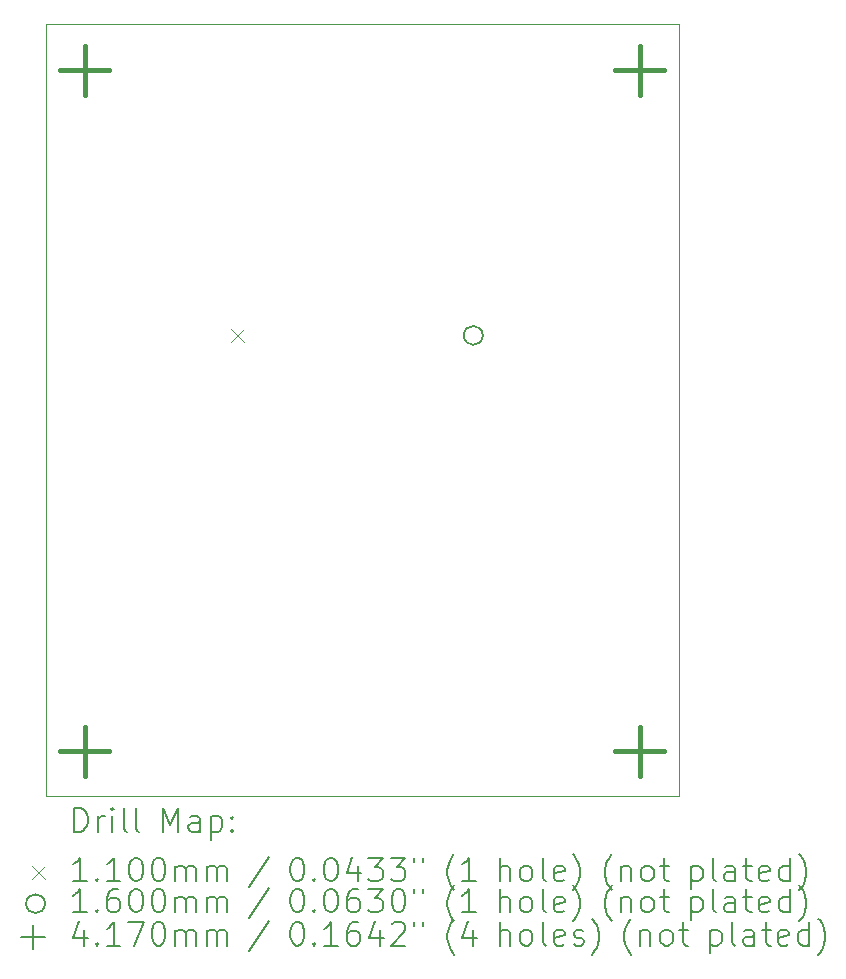
<source format=gbr>
%FSLAX45Y45*%
G04 Gerber Fmt 4.5, Leading zero omitted, Abs format (unit mm)*
G04 Created by KiCad (PCBNEW (6.99.0-1698-gc3bed8f6ee)) date 2022-10-05 21:42:47*
%MOMM*%
%LPD*%
G01*
G04 APERTURE LIST*
%TA.AperFunction,Profile*%
%ADD10C,0.100000*%
%TD*%
%ADD11C,0.200000*%
%ADD12C,0.110000*%
%ADD13C,0.160000*%
%ADD14C,0.417000*%
G04 APERTURE END LIST*
D10*
X10375900Y-6540500D02*
X15735300Y-6540500D01*
X15735300Y-6540500D02*
X15735300Y-13081000D01*
X15735300Y-13081000D02*
X10375900Y-13081000D01*
X10375900Y-13081000D02*
X10375900Y-6540500D01*
D11*
D12*
X11942550Y-9123125D02*
X12052550Y-9233125D01*
X12052550Y-9123125D02*
X11942550Y-9233125D01*
D13*
X14077550Y-9178125D02*
G75*
G03*
X14077550Y-9178125I-80000J0D01*
G01*
D14*
X10706100Y-6725700D02*
X10706100Y-7142700D01*
X10497600Y-6934200D02*
X10914600Y-6934200D01*
X10706100Y-12491500D02*
X10706100Y-12908500D01*
X10497600Y-12700000D02*
X10914600Y-12700000D01*
X15405100Y-6725700D02*
X15405100Y-7142700D01*
X15196600Y-6934200D02*
X15613600Y-6934200D01*
X15405100Y-12491500D02*
X15405100Y-12908500D01*
X15196600Y-12700000D02*
X15613600Y-12700000D01*
D11*
X10618519Y-13379476D02*
X10618519Y-13179476D01*
X10618519Y-13179476D02*
X10666138Y-13179476D01*
X10666138Y-13179476D02*
X10694710Y-13189000D01*
X10694710Y-13189000D02*
X10713757Y-13208048D01*
X10713757Y-13208048D02*
X10723281Y-13227095D01*
X10723281Y-13227095D02*
X10732805Y-13265190D01*
X10732805Y-13265190D02*
X10732805Y-13293762D01*
X10732805Y-13293762D02*
X10723281Y-13331857D01*
X10723281Y-13331857D02*
X10713757Y-13350905D01*
X10713757Y-13350905D02*
X10694710Y-13369952D01*
X10694710Y-13369952D02*
X10666138Y-13379476D01*
X10666138Y-13379476D02*
X10618519Y-13379476D01*
X10818519Y-13379476D02*
X10818519Y-13246143D01*
X10818519Y-13284238D02*
X10828043Y-13265190D01*
X10828043Y-13265190D02*
X10837567Y-13255667D01*
X10837567Y-13255667D02*
X10856614Y-13246143D01*
X10856614Y-13246143D02*
X10875662Y-13246143D01*
X10942329Y-13379476D02*
X10942329Y-13246143D01*
X10942329Y-13179476D02*
X10932805Y-13189000D01*
X10932805Y-13189000D02*
X10942329Y-13198524D01*
X10942329Y-13198524D02*
X10951852Y-13189000D01*
X10951852Y-13189000D02*
X10942329Y-13179476D01*
X10942329Y-13179476D02*
X10942329Y-13198524D01*
X11066138Y-13379476D02*
X11047090Y-13369952D01*
X11047090Y-13369952D02*
X11037567Y-13350905D01*
X11037567Y-13350905D02*
X11037567Y-13179476D01*
X11170900Y-13379476D02*
X11151852Y-13369952D01*
X11151852Y-13369952D02*
X11142329Y-13350905D01*
X11142329Y-13350905D02*
X11142329Y-13179476D01*
X11367090Y-13379476D02*
X11367090Y-13179476D01*
X11367090Y-13179476D02*
X11433757Y-13322333D01*
X11433757Y-13322333D02*
X11500424Y-13179476D01*
X11500424Y-13179476D02*
X11500424Y-13379476D01*
X11681376Y-13379476D02*
X11681376Y-13274714D01*
X11681376Y-13274714D02*
X11671852Y-13255667D01*
X11671852Y-13255667D02*
X11652805Y-13246143D01*
X11652805Y-13246143D02*
X11614709Y-13246143D01*
X11614709Y-13246143D02*
X11595662Y-13255667D01*
X11681376Y-13369952D02*
X11662328Y-13379476D01*
X11662328Y-13379476D02*
X11614709Y-13379476D01*
X11614709Y-13379476D02*
X11595662Y-13369952D01*
X11595662Y-13369952D02*
X11586138Y-13350905D01*
X11586138Y-13350905D02*
X11586138Y-13331857D01*
X11586138Y-13331857D02*
X11595662Y-13312809D01*
X11595662Y-13312809D02*
X11614709Y-13303286D01*
X11614709Y-13303286D02*
X11662328Y-13303286D01*
X11662328Y-13303286D02*
X11681376Y-13293762D01*
X11776614Y-13246143D02*
X11776614Y-13446143D01*
X11776614Y-13255667D02*
X11795662Y-13246143D01*
X11795662Y-13246143D02*
X11833757Y-13246143D01*
X11833757Y-13246143D02*
X11852805Y-13255667D01*
X11852805Y-13255667D02*
X11862328Y-13265190D01*
X11862328Y-13265190D02*
X11871852Y-13284238D01*
X11871852Y-13284238D02*
X11871852Y-13341381D01*
X11871852Y-13341381D02*
X11862328Y-13360428D01*
X11862328Y-13360428D02*
X11852805Y-13369952D01*
X11852805Y-13369952D02*
X11833757Y-13379476D01*
X11833757Y-13379476D02*
X11795662Y-13379476D01*
X11795662Y-13379476D02*
X11776614Y-13369952D01*
X11957567Y-13360428D02*
X11967090Y-13369952D01*
X11967090Y-13369952D02*
X11957567Y-13379476D01*
X11957567Y-13379476D02*
X11948043Y-13369952D01*
X11948043Y-13369952D02*
X11957567Y-13360428D01*
X11957567Y-13360428D02*
X11957567Y-13379476D01*
X11957567Y-13255667D02*
X11967090Y-13265190D01*
X11967090Y-13265190D02*
X11957567Y-13274714D01*
X11957567Y-13274714D02*
X11948043Y-13265190D01*
X11948043Y-13265190D02*
X11957567Y-13255667D01*
X11957567Y-13255667D02*
X11957567Y-13274714D01*
D12*
X10260900Y-13671000D02*
X10370900Y-13781000D01*
X10370900Y-13671000D02*
X10260900Y-13781000D01*
D11*
X10723281Y-13799476D02*
X10608995Y-13799476D01*
X10666138Y-13799476D02*
X10666138Y-13599476D01*
X10666138Y-13599476D02*
X10647090Y-13628048D01*
X10647090Y-13628048D02*
X10628043Y-13647095D01*
X10628043Y-13647095D02*
X10608995Y-13656619D01*
X10808995Y-13780428D02*
X10818519Y-13789952D01*
X10818519Y-13789952D02*
X10808995Y-13799476D01*
X10808995Y-13799476D02*
X10799471Y-13789952D01*
X10799471Y-13789952D02*
X10808995Y-13780428D01*
X10808995Y-13780428D02*
X10808995Y-13799476D01*
X11008995Y-13799476D02*
X10894710Y-13799476D01*
X10951852Y-13799476D02*
X10951852Y-13599476D01*
X10951852Y-13599476D02*
X10932805Y-13628048D01*
X10932805Y-13628048D02*
X10913757Y-13647095D01*
X10913757Y-13647095D02*
X10894710Y-13656619D01*
X11132805Y-13599476D02*
X11151852Y-13599476D01*
X11151852Y-13599476D02*
X11170900Y-13609000D01*
X11170900Y-13609000D02*
X11180424Y-13618524D01*
X11180424Y-13618524D02*
X11189948Y-13637571D01*
X11189948Y-13637571D02*
X11199471Y-13675667D01*
X11199471Y-13675667D02*
X11199471Y-13723286D01*
X11199471Y-13723286D02*
X11189948Y-13761381D01*
X11189948Y-13761381D02*
X11180424Y-13780428D01*
X11180424Y-13780428D02*
X11170900Y-13789952D01*
X11170900Y-13789952D02*
X11151852Y-13799476D01*
X11151852Y-13799476D02*
X11132805Y-13799476D01*
X11132805Y-13799476D02*
X11113757Y-13789952D01*
X11113757Y-13789952D02*
X11104233Y-13780428D01*
X11104233Y-13780428D02*
X11094710Y-13761381D01*
X11094710Y-13761381D02*
X11085186Y-13723286D01*
X11085186Y-13723286D02*
X11085186Y-13675667D01*
X11085186Y-13675667D02*
X11094710Y-13637571D01*
X11094710Y-13637571D02*
X11104233Y-13618524D01*
X11104233Y-13618524D02*
X11113757Y-13609000D01*
X11113757Y-13609000D02*
X11132805Y-13599476D01*
X11323281Y-13599476D02*
X11342329Y-13599476D01*
X11342329Y-13599476D02*
X11361376Y-13609000D01*
X11361376Y-13609000D02*
X11370900Y-13618524D01*
X11370900Y-13618524D02*
X11380424Y-13637571D01*
X11380424Y-13637571D02*
X11389948Y-13675667D01*
X11389948Y-13675667D02*
X11389948Y-13723286D01*
X11389948Y-13723286D02*
X11380424Y-13761381D01*
X11380424Y-13761381D02*
X11370900Y-13780428D01*
X11370900Y-13780428D02*
X11361376Y-13789952D01*
X11361376Y-13789952D02*
X11342329Y-13799476D01*
X11342329Y-13799476D02*
X11323281Y-13799476D01*
X11323281Y-13799476D02*
X11304233Y-13789952D01*
X11304233Y-13789952D02*
X11294709Y-13780428D01*
X11294709Y-13780428D02*
X11285186Y-13761381D01*
X11285186Y-13761381D02*
X11275662Y-13723286D01*
X11275662Y-13723286D02*
X11275662Y-13675667D01*
X11275662Y-13675667D02*
X11285186Y-13637571D01*
X11285186Y-13637571D02*
X11294709Y-13618524D01*
X11294709Y-13618524D02*
X11304233Y-13609000D01*
X11304233Y-13609000D02*
X11323281Y-13599476D01*
X11475662Y-13799476D02*
X11475662Y-13666143D01*
X11475662Y-13685190D02*
X11485186Y-13675667D01*
X11485186Y-13675667D02*
X11504233Y-13666143D01*
X11504233Y-13666143D02*
X11532805Y-13666143D01*
X11532805Y-13666143D02*
X11551852Y-13675667D01*
X11551852Y-13675667D02*
X11561376Y-13694714D01*
X11561376Y-13694714D02*
X11561376Y-13799476D01*
X11561376Y-13694714D02*
X11570900Y-13675667D01*
X11570900Y-13675667D02*
X11589948Y-13666143D01*
X11589948Y-13666143D02*
X11618519Y-13666143D01*
X11618519Y-13666143D02*
X11637567Y-13675667D01*
X11637567Y-13675667D02*
X11647090Y-13694714D01*
X11647090Y-13694714D02*
X11647090Y-13799476D01*
X11742329Y-13799476D02*
X11742329Y-13666143D01*
X11742329Y-13685190D02*
X11751852Y-13675667D01*
X11751852Y-13675667D02*
X11770900Y-13666143D01*
X11770900Y-13666143D02*
X11799471Y-13666143D01*
X11799471Y-13666143D02*
X11818519Y-13675667D01*
X11818519Y-13675667D02*
X11828043Y-13694714D01*
X11828043Y-13694714D02*
X11828043Y-13799476D01*
X11828043Y-13694714D02*
X11837567Y-13675667D01*
X11837567Y-13675667D02*
X11856614Y-13666143D01*
X11856614Y-13666143D02*
X11885186Y-13666143D01*
X11885186Y-13666143D02*
X11904233Y-13675667D01*
X11904233Y-13675667D02*
X11913757Y-13694714D01*
X11913757Y-13694714D02*
X11913757Y-13799476D01*
X12271852Y-13589952D02*
X12100424Y-13847095D01*
X12496614Y-13599476D02*
X12515662Y-13599476D01*
X12515662Y-13599476D02*
X12534710Y-13609000D01*
X12534710Y-13609000D02*
X12544233Y-13618524D01*
X12544233Y-13618524D02*
X12553757Y-13637571D01*
X12553757Y-13637571D02*
X12563281Y-13675667D01*
X12563281Y-13675667D02*
X12563281Y-13723286D01*
X12563281Y-13723286D02*
X12553757Y-13761381D01*
X12553757Y-13761381D02*
X12544233Y-13780428D01*
X12544233Y-13780428D02*
X12534710Y-13789952D01*
X12534710Y-13789952D02*
X12515662Y-13799476D01*
X12515662Y-13799476D02*
X12496614Y-13799476D01*
X12496614Y-13799476D02*
X12477567Y-13789952D01*
X12477567Y-13789952D02*
X12468043Y-13780428D01*
X12468043Y-13780428D02*
X12458519Y-13761381D01*
X12458519Y-13761381D02*
X12448995Y-13723286D01*
X12448995Y-13723286D02*
X12448995Y-13675667D01*
X12448995Y-13675667D02*
X12458519Y-13637571D01*
X12458519Y-13637571D02*
X12468043Y-13618524D01*
X12468043Y-13618524D02*
X12477567Y-13609000D01*
X12477567Y-13609000D02*
X12496614Y-13599476D01*
X12648995Y-13780428D02*
X12658519Y-13789952D01*
X12658519Y-13789952D02*
X12648995Y-13799476D01*
X12648995Y-13799476D02*
X12639471Y-13789952D01*
X12639471Y-13789952D02*
X12648995Y-13780428D01*
X12648995Y-13780428D02*
X12648995Y-13799476D01*
X12782329Y-13599476D02*
X12801376Y-13599476D01*
X12801376Y-13599476D02*
X12820424Y-13609000D01*
X12820424Y-13609000D02*
X12829948Y-13618524D01*
X12829948Y-13618524D02*
X12839471Y-13637571D01*
X12839471Y-13637571D02*
X12848995Y-13675667D01*
X12848995Y-13675667D02*
X12848995Y-13723286D01*
X12848995Y-13723286D02*
X12839471Y-13761381D01*
X12839471Y-13761381D02*
X12829948Y-13780428D01*
X12829948Y-13780428D02*
X12820424Y-13789952D01*
X12820424Y-13789952D02*
X12801376Y-13799476D01*
X12801376Y-13799476D02*
X12782329Y-13799476D01*
X12782329Y-13799476D02*
X12763281Y-13789952D01*
X12763281Y-13789952D02*
X12753757Y-13780428D01*
X12753757Y-13780428D02*
X12744233Y-13761381D01*
X12744233Y-13761381D02*
X12734710Y-13723286D01*
X12734710Y-13723286D02*
X12734710Y-13675667D01*
X12734710Y-13675667D02*
X12744233Y-13637571D01*
X12744233Y-13637571D02*
X12753757Y-13618524D01*
X12753757Y-13618524D02*
X12763281Y-13609000D01*
X12763281Y-13609000D02*
X12782329Y-13599476D01*
X13020424Y-13666143D02*
X13020424Y-13799476D01*
X12972805Y-13589952D02*
X12925186Y-13732809D01*
X12925186Y-13732809D02*
X13048995Y-13732809D01*
X13106138Y-13599476D02*
X13229948Y-13599476D01*
X13229948Y-13599476D02*
X13163281Y-13675667D01*
X13163281Y-13675667D02*
X13191852Y-13675667D01*
X13191852Y-13675667D02*
X13210900Y-13685190D01*
X13210900Y-13685190D02*
X13220424Y-13694714D01*
X13220424Y-13694714D02*
X13229948Y-13713762D01*
X13229948Y-13713762D02*
X13229948Y-13761381D01*
X13229948Y-13761381D02*
X13220424Y-13780428D01*
X13220424Y-13780428D02*
X13210900Y-13789952D01*
X13210900Y-13789952D02*
X13191852Y-13799476D01*
X13191852Y-13799476D02*
X13134710Y-13799476D01*
X13134710Y-13799476D02*
X13115662Y-13789952D01*
X13115662Y-13789952D02*
X13106138Y-13780428D01*
X13296614Y-13599476D02*
X13420424Y-13599476D01*
X13420424Y-13599476D02*
X13353757Y-13675667D01*
X13353757Y-13675667D02*
X13382329Y-13675667D01*
X13382329Y-13675667D02*
X13401376Y-13685190D01*
X13401376Y-13685190D02*
X13410900Y-13694714D01*
X13410900Y-13694714D02*
X13420424Y-13713762D01*
X13420424Y-13713762D02*
X13420424Y-13761381D01*
X13420424Y-13761381D02*
X13410900Y-13780428D01*
X13410900Y-13780428D02*
X13401376Y-13789952D01*
X13401376Y-13789952D02*
X13382329Y-13799476D01*
X13382329Y-13799476D02*
X13325186Y-13799476D01*
X13325186Y-13799476D02*
X13306138Y-13789952D01*
X13306138Y-13789952D02*
X13296614Y-13780428D01*
X13496614Y-13599476D02*
X13496614Y-13637571D01*
X13572805Y-13599476D02*
X13572805Y-13637571D01*
X13835662Y-13875667D02*
X13826138Y-13866143D01*
X13826138Y-13866143D02*
X13807091Y-13837571D01*
X13807091Y-13837571D02*
X13797567Y-13818524D01*
X13797567Y-13818524D02*
X13788043Y-13789952D01*
X13788043Y-13789952D02*
X13778519Y-13742333D01*
X13778519Y-13742333D02*
X13778519Y-13704238D01*
X13778519Y-13704238D02*
X13788043Y-13656619D01*
X13788043Y-13656619D02*
X13797567Y-13628048D01*
X13797567Y-13628048D02*
X13807091Y-13609000D01*
X13807091Y-13609000D02*
X13826138Y-13580428D01*
X13826138Y-13580428D02*
X13835662Y-13570905D01*
X14016614Y-13799476D02*
X13902329Y-13799476D01*
X13959471Y-13799476D02*
X13959471Y-13599476D01*
X13959471Y-13599476D02*
X13940424Y-13628048D01*
X13940424Y-13628048D02*
X13921376Y-13647095D01*
X13921376Y-13647095D02*
X13902329Y-13656619D01*
X14222329Y-13799476D02*
X14222329Y-13599476D01*
X14308043Y-13799476D02*
X14308043Y-13694714D01*
X14308043Y-13694714D02*
X14298519Y-13675667D01*
X14298519Y-13675667D02*
X14279472Y-13666143D01*
X14279472Y-13666143D02*
X14250900Y-13666143D01*
X14250900Y-13666143D02*
X14231852Y-13675667D01*
X14231852Y-13675667D02*
X14222329Y-13685190D01*
X14431852Y-13799476D02*
X14412805Y-13789952D01*
X14412805Y-13789952D02*
X14403281Y-13780428D01*
X14403281Y-13780428D02*
X14393757Y-13761381D01*
X14393757Y-13761381D02*
X14393757Y-13704238D01*
X14393757Y-13704238D02*
X14403281Y-13685190D01*
X14403281Y-13685190D02*
X14412805Y-13675667D01*
X14412805Y-13675667D02*
X14431852Y-13666143D01*
X14431852Y-13666143D02*
X14460424Y-13666143D01*
X14460424Y-13666143D02*
X14479472Y-13675667D01*
X14479472Y-13675667D02*
X14488995Y-13685190D01*
X14488995Y-13685190D02*
X14498519Y-13704238D01*
X14498519Y-13704238D02*
X14498519Y-13761381D01*
X14498519Y-13761381D02*
X14488995Y-13780428D01*
X14488995Y-13780428D02*
X14479472Y-13789952D01*
X14479472Y-13789952D02*
X14460424Y-13799476D01*
X14460424Y-13799476D02*
X14431852Y-13799476D01*
X14612805Y-13799476D02*
X14593757Y-13789952D01*
X14593757Y-13789952D02*
X14584233Y-13770905D01*
X14584233Y-13770905D02*
X14584233Y-13599476D01*
X14765186Y-13789952D02*
X14746138Y-13799476D01*
X14746138Y-13799476D02*
X14708043Y-13799476D01*
X14708043Y-13799476D02*
X14688995Y-13789952D01*
X14688995Y-13789952D02*
X14679472Y-13770905D01*
X14679472Y-13770905D02*
X14679472Y-13694714D01*
X14679472Y-13694714D02*
X14688995Y-13675667D01*
X14688995Y-13675667D02*
X14708043Y-13666143D01*
X14708043Y-13666143D02*
X14746138Y-13666143D01*
X14746138Y-13666143D02*
X14765186Y-13675667D01*
X14765186Y-13675667D02*
X14774710Y-13694714D01*
X14774710Y-13694714D02*
X14774710Y-13713762D01*
X14774710Y-13713762D02*
X14679472Y-13732809D01*
X14841376Y-13875667D02*
X14850900Y-13866143D01*
X14850900Y-13866143D02*
X14869948Y-13837571D01*
X14869948Y-13837571D02*
X14879472Y-13818524D01*
X14879472Y-13818524D02*
X14888995Y-13789952D01*
X14888995Y-13789952D02*
X14898519Y-13742333D01*
X14898519Y-13742333D02*
X14898519Y-13704238D01*
X14898519Y-13704238D02*
X14888995Y-13656619D01*
X14888995Y-13656619D02*
X14879472Y-13628048D01*
X14879472Y-13628048D02*
X14869948Y-13609000D01*
X14869948Y-13609000D02*
X14850900Y-13580428D01*
X14850900Y-13580428D02*
X14841376Y-13570905D01*
X15170900Y-13875667D02*
X15161376Y-13866143D01*
X15161376Y-13866143D02*
X15142329Y-13837571D01*
X15142329Y-13837571D02*
X15132805Y-13818524D01*
X15132805Y-13818524D02*
X15123281Y-13789952D01*
X15123281Y-13789952D02*
X15113757Y-13742333D01*
X15113757Y-13742333D02*
X15113757Y-13704238D01*
X15113757Y-13704238D02*
X15123281Y-13656619D01*
X15123281Y-13656619D02*
X15132805Y-13628048D01*
X15132805Y-13628048D02*
X15142329Y-13609000D01*
X15142329Y-13609000D02*
X15161376Y-13580428D01*
X15161376Y-13580428D02*
X15170900Y-13570905D01*
X15247091Y-13666143D02*
X15247091Y-13799476D01*
X15247091Y-13685190D02*
X15256614Y-13675667D01*
X15256614Y-13675667D02*
X15275662Y-13666143D01*
X15275662Y-13666143D02*
X15304233Y-13666143D01*
X15304233Y-13666143D02*
X15323281Y-13675667D01*
X15323281Y-13675667D02*
X15332805Y-13694714D01*
X15332805Y-13694714D02*
X15332805Y-13799476D01*
X15456614Y-13799476D02*
X15437567Y-13789952D01*
X15437567Y-13789952D02*
X15428043Y-13780428D01*
X15428043Y-13780428D02*
X15418519Y-13761381D01*
X15418519Y-13761381D02*
X15418519Y-13704238D01*
X15418519Y-13704238D02*
X15428043Y-13685190D01*
X15428043Y-13685190D02*
X15437567Y-13675667D01*
X15437567Y-13675667D02*
X15456614Y-13666143D01*
X15456614Y-13666143D02*
X15485186Y-13666143D01*
X15485186Y-13666143D02*
X15504233Y-13675667D01*
X15504233Y-13675667D02*
X15513757Y-13685190D01*
X15513757Y-13685190D02*
X15523281Y-13704238D01*
X15523281Y-13704238D02*
X15523281Y-13761381D01*
X15523281Y-13761381D02*
X15513757Y-13780428D01*
X15513757Y-13780428D02*
X15504233Y-13789952D01*
X15504233Y-13789952D02*
X15485186Y-13799476D01*
X15485186Y-13799476D02*
X15456614Y-13799476D01*
X15580424Y-13666143D02*
X15656614Y-13666143D01*
X15608995Y-13599476D02*
X15608995Y-13770905D01*
X15608995Y-13770905D02*
X15618519Y-13789952D01*
X15618519Y-13789952D02*
X15637567Y-13799476D01*
X15637567Y-13799476D02*
X15656614Y-13799476D01*
X15843281Y-13666143D02*
X15843281Y-13866143D01*
X15843281Y-13675667D02*
X15862329Y-13666143D01*
X15862329Y-13666143D02*
X15900424Y-13666143D01*
X15900424Y-13666143D02*
X15919472Y-13675667D01*
X15919472Y-13675667D02*
X15928995Y-13685190D01*
X15928995Y-13685190D02*
X15938519Y-13704238D01*
X15938519Y-13704238D02*
X15938519Y-13761381D01*
X15938519Y-13761381D02*
X15928995Y-13780428D01*
X15928995Y-13780428D02*
X15919472Y-13789952D01*
X15919472Y-13789952D02*
X15900424Y-13799476D01*
X15900424Y-13799476D02*
X15862329Y-13799476D01*
X15862329Y-13799476D02*
X15843281Y-13789952D01*
X16052805Y-13799476D02*
X16033757Y-13789952D01*
X16033757Y-13789952D02*
X16024233Y-13770905D01*
X16024233Y-13770905D02*
X16024233Y-13599476D01*
X16214710Y-13799476D02*
X16214710Y-13694714D01*
X16214710Y-13694714D02*
X16205186Y-13675667D01*
X16205186Y-13675667D02*
X16186138Y-13666143D01*
X16186138Y-13666143D02*
X16148043Y-13666143D01*
X16148043Y-13666143D02*
X16128995Y-13675667D01*
X16214710Y-13789952D02*
X16195662Y-13799476D01*
X16195662Y-13799476D02*
X16148043Y-13799476D01*
X16148043Y-13799476D02*
X16128995Y-13789952D01*
X16128995Y-13789952D02*
X16119472Y-13770905D01*
X16119472Y-13770905D02*
X16119472Y-13751857D01*
X16119472Y-13751857D02*
X16128995Y-13732809D01*
X16128995Y-13732809D02*
X16148043Y-13723286D01*
X16148043Y-13723286D02*
X16195662Y-13723286D01*
X16195662Y-13723286D02*
X16214710Y-13713762D01*
X16281376Y-13666143D02*
X16357567Y-13666143D01*
X16309948Y-13599476D02*
X16309948Y-13770905D01*
X16309948Y-13770905D02*
X16319472Y-13789952D01*
X16319472Y-13789952D02*
X16338519Y-13799476D01*
X16338519Y-13799476D02*
X16357567Y-13799476D01*
X16500424Y-13789952D02*
X16481376Y-13799476D01*
X16481376Y-13799476D02*
X16443281Y-13799476D01*
X16443281Y-13799476D02*
X16424233Y-13789952D01*
X16424233Y-13789952D02*
X16414710Y-13770905D01*
X16414710Y-13770905D02*
X16414710Y-13694714D01*
X16414710Y-13694714D02*
X16424233Y-13675667D01*
X16424233Y-13675667D02*
X16443281Y-13666143D01*
X16443281Y-13666143D02*
X16481376Y-13666143D01*
X16481376Y-13666143D02*
X16500424Y-13675667D01*
X16500424Y-13675667D02*
X16509948Y-13694714D01*
X16509948Y-13694714D02*
X16509948Y-13713762D01*
X16509948Y-13713762D02*
X16414710Y-13732809D01*
X16681376Y-13799476D02*
X16681376Y-13599476D01*
X16681376Y-13789952D02*
X16662329Y-13799476D01*
X16662329Y-13799476D02*
X16624233Y-13799476D01*
X16624233Y-13799476D02*
X16605186Y-13789952D01*
X16605186Y-13789952D02*
X16595662Y-13780428D01*
X16595662Y-13780428D02*
X16586138Y-13761381D01*
X16586138Y-13761381D02*
X16586138Y-13704238D01*
X16586138Y-13704238D02*
X16595662Y-13685190D01*
X16595662Y-13685190D02*
X16605186Y-13675667D01*
X16605186Y-13675667D02*
X16624233Y-13666143D01*
X16624233Y-13666143D02*
X16662329Y-13666143D01*
X16662329Y-13666143D02*
X16681376Y-13675667D01*
X16757567Y-13875667D02*
X16767091Y-13866143D01*
X16767091Y-13866143D02*
X16786138Y-13837571D01*
X16786138Y-13837571D02*
X16795662Y-13818524D01*
X16795662Y-13818524D02*
X16805186Y-13789952D01*
X16805186Y-13789952D02*
X16814710Y-13742333D01*
X16814710Y-13742333D02*
X16814710Y-13704238D01*
X16814710Y-13704238D02*
X16805186Y-13656619D01*
X16805186Y-13656619D02*
X16795662Y-13628048D01*
X16795662Y-13628048D02*
X16786138Y-13609000D01*
X16786138Y-13609000D02*
X16767091Y-13580428D01*
X16767091Y-13580428D02*
X16757567Y-13570905D01*
D13*
X10370900Y-13990000D02*
G75*
G03*
X10370900Y-13990000I-80000J0D01*
G01*
D11*
X10723281Y-14063476D02*
X10608995Y-14063476D01*
X10666138Y-14063476D02*
X10666138Y-13863476D01*
X10666138Y-13863476D02*
X10647090Y-13892048D01*
X10647090Y-13892048D02*
X10628043Y-13911095D01*
X10628043Y-13911095D02*
X10608995Y-13920619D01*
X10808995Y-14044428D02*
X10818519Y-14053952D01*
X10818519Y-14053952D02*
X10808995Y-14063476D01*
X10808995Y-14063476D02*
X10799471Y-14053952D01*
X10799471Y-14053952D02*
X10808995Y-14044428D01*
X10808995Y-14044428D02*
X10808995Y-14063476D01*
X10989948Y-13863476D02*
X10951852Y-13863476D01*
X10951852Y-13863476D02*
X10932805Y-13873000D01*
X10932805Y-13873000D02*
X10923281Y-13882524D01*
X10923281Y-13882524D02*
X10904233Y-13911095D01*
X10904233Y-13911095D02*
X10894710Y-13949190D01*
X10894710Y-13949190D02*
X10894710Y-14025381D01*
X10894710Y-14025381D02*
X10904233Y-14044428D01*
X10904233Y-14044428D02*
X10913757Y-14053952D01*
X10913757Y-14053952D02*
X10932805Y-14063476D01*
X10932805Y-14063476D02*
X10970900Y-14063476D01*
X10970900Y-14063476D02*
X10989948Y-14053952D01*
X10989948Y-14053952D02*
X10999471Y-14044428D01*
X10999471Y-14044428D02*
X11008995Y-14025381D01*
X11008995Y-14025381D02*
X11008995Y-13977762D01*
X11008995Y-13977762D02*
X10999471Y-13958714D01*
X10999471Y-13958714D02*
X10989948Y-13949190D01*
X10989948Y-13949190D02*
X10970900Y-13939667D01*
X10970900Y-13939667D02*
X10932805Y-13939667D01*
X10932805Y-13939667D02*
X10913757Y-13949190D01*
X10913757Y-13949190D02*
X10904233Y-13958714D01*
X10904233Y-13958714D02*
X10894710Y-13977762D01*
X11132805Y-13863476D02*
X11151852Y-13863476D01*
X11151852Y-13863476D02*
X11170900Y-13873000D01*
X11170900Y-13873000D02*
X11180424Y-13882524D01*
X11180424Y-13882524D02*
X11189948Y-13901571D01*
X11189948Y-13901571D02*
X11199471Y-13939667D01*
X11199471Y-13939667D02*
X11199471Y-13987286D01*
X11199471Y-13987286D02*
X11189948Y-14025381D01*
X11189948Y-14025381D02*
X11180424Y-14044428D01*
X11180424Y-14044428D02*
X11170900Y-14053952D01*
X11170900Y-14053952D02*
X11151852Y-14063476D01*
X11151852Y-14063476D02*
X11132805Y-14063476D01*
X11132805Y-14063476D02*
X11113757Y-14053952D01*
X11113757Y-14053952D02*
X11104233Y-14044428D01*
X11104233Y-14044428D02*
X11094710Y-14025381D01*
X11094710Y-14025381D02*
X11085186Y-13987286D01*
X11085186Y-13987286D02*
X11085186Y-13939667D01*
X11085186Y-13939667D02*
X11094710Y-13901571D01*
X11094710Y-13901571D02*
X11104233Y-13882524D01*
X11104233Y-13882524D02*
X11113757Y-13873000D01*
X11113757Y-13873000D02*
X11132805Y-13863476D01*
X11323281Y-13863476D02*
X11342329Y-13863476D01*
X11342329Y-13863476D02*
X11361376Y-13873000D01*
X11361376Y-13873000D02*
X11370900Y-13882524D01*
X11370900Y-13882524D02*
X11380424Y-13901571D01*
X11380424Y-13901571D02*
X11389948Y-13939667D01*
X11389948Y-13939667D02*
X11389948Y-13987286D01*
X11389948Y-13987286D02*
X11380424Y-14025381D01*
X11380424Y-14025381D02*
X11370900Y-14044428D01*
X11370900Y-14044428D02*
X11361376Y-14053952D01*
X11361376Y-14053952D02*
X11342329Y-14063476D01*
X11342329Y-14063476D02*
X11323281Y-14063476D01*
X11323281Y-14063476D02*
X11304233Y-14053952D01*
X11304233Y-14053952D02*
X11294709Y-14044428D01*
X11294709Y-14044428D02*
X11285186Y-14025381D01*
X11285186Y-14025381D02*
X11275662Y-13987286D01*
X11275662Y-13987286D02*
X11275662Y-13939667D01*
X11275662Y-13939667D02*
X11285186Y-13901571D01*
X11285186Y-13901571D02*
X11294709Y-13882524D01*
X11294709Y-13882524D02*
X11304233Y-13873000D01*
X11304233Y-13873000D02*
X11323281Y-13863476D01*
X11475662Y-14063476D02*
X11475662Y-13930143D01*
X11475662Y-13949190D02*
X11485186Y-13939667D01*
X11485186Y-13939667D02*
X11504233Y-13930143D01*
X11504233Y-13930143D02*
X11532805Y-13930143D01*
X11532805Y-13930143D02*
X11551852Y-13939667D01*
X11551852Y-13939667D02*
X11561376Y-13958714D01*
X11561376Y-13958714D02*
X11561376Y-14063476D01*
X11561376Y-13958714D02*
X11570900Y-13939667D01*
X11570900Y-13939667D02*
X11589948Y-13930143D01*
X11589948Y-13930143D02*
X11618519Y-13930143D01*
X11618519Y-13930143D02*
X11637567Y-13939667D01*
X11637567Y-13939667D02*
X11647090Y-13958714D01*
X11647090Y-13958714D02*
X11647090Y-14063476D01*
X11742329Y-14063476D02*
X11742329Y-13930143D01*
X11742329Y-13949190D02*
X11751852Y-13939667D01*
X11751852Y-13939667D02*
X11770900Y-13930143D01*
X11770900Y-13930143D02*
X11799471Y-13930143D01*
X11799471Y-13930143D02*
X11818519Y-13939667D01*
X11818519Y-13939667D02*
X11828043Y-13958714D01*
X11828043Y-13958714D02*
X11828043Y-14063476D01*
X11828043Y-13958714D02*
X11837567Y-13939667D01*
X11837567Y-13939667D02*
X11856614Y-13930143D01*
X11856614Y-13930143D02*
X11885186Y-13930143D01*
X11885186Y-13930143D02*
X11904233Y-13939667D01*
X11904233Y-13939667D02*
X11913757Y-13958714D01*
X11913757Y-13958714D02*
X11913757Y-14063476D01*
X12271852Y-13853952D02*
X12100424Y-14111095D01*
X12496614Y-13863476D02*
X12515662Y-13863476D01*
X12515662Y-13863476D02*
X12534710Y-13873000D01*
X12534710Y-13873000D02*
X12544233Y-13882524D01*
X12544233Y-13882524D02*
X12553757Y-13901571D01*
X12553757Y-13901571D02*
X12563281Y-13939667D01*
X12563281Y-13939667D02*
X12563281Y-13987286D01*
X12563281Y-13987286D02*
X12553757Y-14025381D01*
X12553757Y-14025381D02*
X12544233Y-14044428D01*
X12544233Y-14044428D02*
X12534710Y-14053952D01*
X12534710Y-14053952D02*
X12515662Y-14063476D01*
X12515662Y-14063476D02*
X12496614Y-14063476D01*
X12496614Y-14063476D02*
X12477567Y-14053952D01*
X12477567Y-14053952D02*
X12468043Y-14044428D01*
X12468043Y-14044428D02*
X12458519Y-14025381D01*
X12458519Y-14025381D02*
X12448995Y-13987286D01*
X12448995Y-13987286D02*
X12448995Y-13939667D01*
X12448995Y-13939667D02*
X12458519Y-13901571D01*
X12458519Y-13901571D02*
X12468043Y-13882524D01*
X12468043Y-13882524D02*
X12477567Y-13873000D01*
X12477567Y-13873000D02*
X12496614Y-13863476D01*
X12648995Y-14044428D02*
X12658519Y-14053952D01*
X12658519Y-14053952D02*
X12648995Y-14063476D01*
X12648995Y-14063476D02*
X12639471Y-14053952D01*
X12639471Y-14053952D02*
X12648995Y-14044428D01*
X12648995Y-14044428D02*
X12648995Y-14063476D01*
X12782329Y-13863476D02*
X12801376Y-13863476D01*
X12801376Y-13863476D02*
X12820424Y-13873000D01*
X12820424Y-13873000D02*
X12829948Y-13882524D01*
X12829948Y-13882524D02*
X12839471Y-13901571D01*
X12839471Y-13901571D02*
X12848995Y-13939667D01*
X12848995Y-13939667D02*
X12848995Y-13987286D01*
X12848995Y-13987286D02*
X12839471Y-14025381D01*
X12839471Y-14025381D02*
X12829948Y-14044428D01*
X12829948Y-14044428D02*
X12820424Y-14053952D01*
X12820424Y-14053952D02*
X12801376Y-14063476D01*
X12801376Y-14063476D02*
X12782329Y-14063476D01*
X12782329Y-14063476D02*
X12763281Y-14053952D01*
X12763281Y-14053952D02*
X12753757Y-14044428D01*
X12753757Y-14044428D02*
X12744233Y-14025381D01*
X12744233Y-14025381D02*
X12734710Y-13987286D01*
X12734710Y-13987286D02*
X12734710Y-13939667D01*
X12734710Y-13939667D02*
X12744233Y-13901571D01*
X12744233Y-13901571D02*
X12753757Y-13882524D01*
X12753757Y-13882524D02*
X12763281Y-13873000D01*
X12763281Y-13873000D02*
X12782329Y-13863476D01*
X13020424Y-13863476D02*
X12982329Y-13863476D01*
X12982329Y-13863476D02*
X12963281Y-13873000D01*
X12963281Y-13873000D02*
X12953757Y-13882524D01*
X12953757Y-13882524D02*
X12934710Y-13911095D01*
X12934710Y-13911095D02*
X12925186Y-13949190D01*
X12925186Y-13949190D02*
X12925186Y-14025381D01*
X12925186Y-14025381D02*
X12934710Y-14044428D01*
X12934710Y-14044428D02*
X12944233Y-14053952D01*
X12944233Y-14053952D02*
X12963281Y-14063476D01*
X12963281Y-14063476D02*
X13001376Y-14063476D01*
X13001376Y-14063476D02*
X13020424Y-14053952D01*
X13020424Y-14053952D02*
X13029948Y-14044428D01*
X13029948Y-14044428D02*
X13039471Y-14025381D01*
X13039471Y-14025381D02*
X13039471Y-13977762D01*
X13039471Y-13977762D02*
X13029948Y-13958714D01*
X13029948Y-13958714D02*
X13020424Y-13949190D01*
X13020424Y-13949190D02*
X13001376Y-13939667D01*
X13001376Y-13939667D02*
X12963281Y-13939667D01*
X12963281Y-13939667D02*
X12944233Y-13949190D01*
X12944233Y-13949190D02*
X12934710Y-13958714D01*
X12934710Y-13958714D02*
X12925186Y-13977762D01*
X13106138Y-13863476D02*
X13229948Y-13863476D01*
X13229948Y-13863476D02*
X13163281Y-13939667D01*
X13163281Y-13939667D02*
X13191852Y-13939667D01*
X13191852Y-13939667D02*
X13210900Y-13949190D01*
X13210900Y-13949190D02*
X13220424Y-13958714D01*
X13220424Y-13958714D02*
X13229948Y-13977762D01*
X13229948Y-13977762D02*
X13229948Y-14025381D01*
X13229948Y-14025381D02*
X13220424Y-14044428D01*
X13220424Y-14044428D02*
X13210900Y-14053952D01*
X13210900Y-14053952D02*
X13191852Y-14063476D01*
X13191852Y-14063476D02*
X13134710Y-14063476D01*
X13134710Y-14063476D02*
X13115662Y-14053952D01*
X13115662Y-14053952D02*
X13106138Y-14044428D01*
X13353757Y-13863476D02*
X13372805Y-13863476D01*
X13372805Y-13863476D02*
X13391852Y-13873000D01*
X13391852Y-13873000D02*
X13401376Y-13882524D01*
X13401376Y-13882524D02*
X13410900Y-13901571D01*
X13410900Y-13901571D02*
X13420424Y-13939667D01*
X13420424Y-13939667D02*
X13420424Y-13987286D01*
X13420424Y-13987286D02*
X13410900Y-14025381D01*
X13410900Y-14025381D02*
X13401376Y-14044428D01*
X13401376Y-14044428D02*
X13391852Y-14053952D01*
X13391852Y-14053952D02*
X13372805Y-14063476D01*
X13372805Y-14063476D02*
X13353757Y-14063476D01*
X13353757Y-14063476D02*
X13334710Y-14053952D01*
X13334710Y-14053952D02*
X13325186Y-14044428D01*
X13325186Y-14044428D02*
X13315662Y-14025381D01*
X13315662Y-14025381D02*
X13306138Y-13987286D01*
X13306138Y-13987286D02*
X13306138Y-13939667D01*
X13306138Y-13939667D02*
X13315662Y-13901571D01*
X13315662Y-13901571D02*
X13325186Y-13882524D01*
X13325186Y-13882524D02*
X13334710Y-13873000D01*
X13334710Y-13873000D02*
X13353757Y-13863476D01*
X13496614Y-13863476D02*
X13496614Y-13901571D01*
X13572805Y-13863476D02*
X13572805Y-13901571D01*
X13835662Y-14139667D02*
X13826138Y-14130143D01*
X13826138Y-14130143D02*
X13807091Y-14101571D01*
X13807091Y-14101571D02*
X13797567Y-14082524D01*
X13797567Y-14082524D02*
X13788043Y-14053952D01*
X13788043Y-14053952D02*
X13778519Y-14006333D01*
X13778519Y-14006333D02*
X13778519Y-13968238D01*
X13778519Y-13968238D02*
X13788043Y-13920619D01*
X13788043Y-13920619D02*
X13797567Y-13892048D01*
X13797567Y-13892048D02*
X13807091Y-13873000D01*
X13807091Y-13873000D02*
X13826138Y-13844428D01*
X13826138Y-13844428D02*
X13835662Y-13834905D01*
X14016614Y-14063476D02*
X13902329Y-14063476D01*
X13959471Y-14063476D02*
X13959471Y-13863476D01*
X13959471Y-13863476D02*
X13940424Y-13892048D01*
X13940424Y-13892048D02*
X13921376Y-13911095D01*
X13921376Y-13911095D02*
X13902329Y-13920619D01*
X14222329Y-14063476D02*
X14222329Y-13863476D01*
X14308043Y-14063476D02*
X14308043Y-13958714D01*
X14308043Y-13958714D02*
X14298519Y-13939667D01*
X14298519Y-13939667D02*
X14279472Y-13930143D01*
X14279472Y-13930143D02*
X14250900Y-13930143D01*
X14250900Y-13930143D02*
X14231852Y-13939667D01*
X14231852Y-13939667D02*
X14222329Y-13949190D01*
X14431852Y-14063476D02*
X14412805Y-14053952D01*
X14412805Y-14053952D02*
X14403281Y-14044428D01*
X14403281Y-14044428D02*
X14393757Y-14025381D01*
X14393757Y-14025381D02*
X14393757Y-13968238D01*
X14393757Y-13968238D02*
X14403281Y-13949190D01*
X14403281Y-13949190D02*
X14412805Y-13939667D01*
X14412805Y-13939667D02*
X14431852Y-13930143D01*
X14431852Y-13930143D02*
X14460424Y-13930143D01*
X14460424Y-13930143D02*
X14479472Y-13939667D01*
X14479472Y-13939667D02*
X14488995Y-13949190D01*
X14488995Y-13949190D02*
X14498519Y-13968238D01*
X14498519Y-13968238D02*
X14498519Y-14025381D01*
X14498519Y-14025381D02*
X14488995Y-14044428D01*
X14488995Y-14044428D02*
X14479472Y-14053952D01*
X14479472Y-14053952D02*
X14460424Y-14063476D01*
X14460424Y-14063476D02*
X14431852Y-14063476D01*
X14612805Y-14063476D02*
X14593757Y-14053952D01*
X14593757Y-14053952D02*
X14584233Y-14034905D01*
X14584233Y-14034905D02*
X14584233Y-13863476D01*
X14765186Y-14053952D02*
X14746138Y-14063476D01*
X14746138Y-14063476D02*
X14708043Y-14063476D01*
X14708043Y-14063476D02*
X14688995Y-14053952D01*
X14688995Y-14053952D02*
X14679472Y-14034905D01*
X14679472Y-14034905D02*
X14679472Y-13958714D01*
X14679472Y-13958714D02*
X14688995Y-13939667D01*
X14688995Y-13939667D02*
X14708043Y-13930143D01*
X14708043Y-13930143D02*
X14746138Y-13930143D01*
X14746138Y-13930143D02*
X14765186Y-13939667D01*
X14765186Y-13939667D02*
X14774710Y-13958714D01*
X14774710Y-13958714D02*
X14774710Y-13977762D01*
X14774710Y-13977762D02*
X14679472Y-13996809D01*
X14841376Y-14139667D02*
X14850900Y-14130143D01*
X14850900Y-14130143D02*
X14869948Y-14101571D01*
X14869948Y-14101571D02*
X14879472Y-14082524D01*
X14879472Y-14082524D02*
X14888995Y-14053952D01*
X14888995Y-14053952D02*
X14898519Y-14006333D01*
X14898519Y-14006333D02*
X14898519Y-13968238D01*
X14898519Y-13968238D02*
X14888995Y-13920619D01*
X14888995Y-13920619D02*
X14879472Y-13892048D01*
X14879472Y-13892048D02*
X14869948Y-13873000D01*
X14869948Y-13873000D02*
X14850900Y-13844428D01*
X14850900Y-13844428D02*
X14841376Y-13834905D01*
X15170900Y-14139667D02*
X15161376Y-14130143D01*
X15161376Y-14130143D02*
X15142329Y-14101571D01*
X15142329Y-14101571D02*
X15132805Y-14082524D01*
X15132805Y-14082524D02*
X15123281Y-14053952D01*
X15123281Y-14053952D02*
X15113757Y-14006333D01*
X15113757Y-14006333D02*
X15113757Y-13968238D01*
X15113757Y-13968238D02*
X15123281Y-13920619D01*
X15123281Y-13920619D02*
X15132805Y-13892048D01*
X15132805Y-13892048D02*
X15142329Y-13873000D01*
X15142329Y-13873000D02*
X15161376Y-13844428D01*
X15161376Y-13844428D02*
X15170900Y-13834905D01*
X15247091Y-13930143D02*
X15247091Y-14063476D01*
X15247091Y-13949190D02*
X15256614Y-13939667D01*
X15256614Y-13939667D02*
X15275662Y-13930143D01*
X15275662Y-13930143D02*
X15304233Y-13930143D01*
X15304233Y-13930143D02*
X15323281Y-13939667D01*
X15323281Y-13939667D02*
X15332805Y-13958714D01*
X15332805Y-13958714D02*
X15332805Y-14063476D01*
X15456614Y-14063476D02*
X15437567Y-14053952D01*
X15437567Y-14053952D02*
X15428043Y-14044428D01*
X15428043Y-14044428D02*
X15418519Y-14025381D01*
X15418519Y-14025381D02*
X15418519Y-13968238D01*
X15418519Y-13968238D02*
X15428043Y-13949190D01*
X15428043Y-13949190D02*
X15437567Y-13939667D01*
X15437567Y-13939667D02*
X15456614Y-13930143D01*
X15456614Y-13930143D02*
X15485186Y-13930143D01*
X15485186Y-13930143D02*
X15504233Y-13939667D01*
X15504233Y-13939667D02*
X15513757Y-13949190D01*
X15513757Y-13949190D02*
X15523281Y-13968238D01*
X15523281Y-13968238D02*
X15523281Y-14025381D01*
X15523281Y-14025381D02*
X15513757Y-14044428D01*
X15513757Y-14044428D02*
X15504233Y-14053952D01*
X15504233Y-14053952D02*
X15485186Y-14063476D01*
X15485186Y-14063476D02*
X15456614Y-14063476D01*
X15580424Y-13930143D02*
X15656614Y-13930143D01*
X15608995Y-13863476D02*
X15608995Y-14034905D01*
X15608995Y-14034905D02*
X15618519Y-14053952D01*
X15618519Y-14053952D02*
X15637567Y-14063476D01*
X15637567Y-14063476D02*
X15656614Y-14063476D01*
X15843281Y-13930143D02*
X15843281Y-14130143D01*
X15843281Y-13939667D02*
X15862329Y-13930143D01*
X15862329Y-13930143D02*
X15900424Y-13930143D01*
X15900424Y-13930143D02*
X15919472Y-13939667D01*
X15919472Y-13939667D02*
X15928995Y-13949190D01*
X15928995Y-13949190D02*
X15938519Y-13968238D01*
X15938519Y-13968238D02*
X15938519Y-14025381D01*
X15938519Y-14025381D02*
X15928995Y-14044428D01*
X15928995Y-14044428D02*
X15919472Y-14053952D01*
X15919472Y-14053952D02*
X15900424Y-14063476D01*
X15900424Y-14063476D02*
X15862329Y-14063476D01*
X15862329Y-14063476D02*
X15843281Y-14053952D01*
X16052805Y-14063476D02*
X16033757Y-14053952D01*
X16033757Y-14053952D02*
X16024233Y-14034905D01*
X16024233Y-14034905D02*
X16024233Y-13863476D01*
X16214710Y-14063476D02*
X16214710Y-13958714D01*
X16214710Y-13958714D02*
X16205186Y-13939667D01*
X16205186Y-13939667D02*
X16186138Y-13930143D01*
X16186138Y-13930143D02*
X16148043Y-13930143D01*
X16148043Y-13930143D02*
X16128995Y-13939667D01*
X16214710Y-14053952D02*
X16195662Y-14063476D01*
X16195662Y-14063476D02*
X16148043Y-14063476D01*
X16148043Y-14063476D02*
X16128995Y-14053952D01*
X16128995Y-14053952D02*
X16119472Y-14034905D01*
X16119472Y-14034905D02*
X16119472Y-14015857D01*
X16119472Y-14015857D02*
X16128995Y-13996809D01*
X16128995Y-13996809D02*
X16148043Y-13987286D01*
X16148043Y-13987286D02*
X16195662Y-13987286D01*
X16195662Y-13987286D02*
X16214710Y-13977762D01*
X16281376Y-13930143D02*
X16357567Y-13930143D01*
X16309948Y-13863476D02*
X16309948Y-14034905D01*
X16309948Y-14034905D02*
X16319472Y-14053952D01*
X16319472Y-14053952D02*
X16338519Y-14063476D01*
X16338519Y-14063476D02*
X16357567Y-14063476D01*
X16500424Y-14053952D02*
X16481376Y-14063476D01*
X16481376Y-14063476D02*
X16443281Y-14063476D01*
X16443281Y-14063476D02*
X16424233Y-14053952D01*
X16424233Y-14053952D02*
X16414710Y-14034905D01*
X16414710Y-14034905D02*
X16414710Y-13958714D01*
X16414710Y-13958714D02*
X16424233Y-13939667D01*
X16424233Y-13939667D02*
X16443281Y-13930143D01*
X16443281Y-13930143D02*
X16481376Y-13930143D01*
X16481376Y-13930143D02*
X16500424Y-13939667D01*
X16500424Y-13939667D02*
X16509948Y-13958714D01*
X16509948Y-13958714D02*
X16509948Y-13977762D01*
X16509948Y-13977762D02*
X16414710Y-13996809D01*
X16681376Y-14063476D02*
X16681376Y-13863476D01*
X16681376Y-14053952D02*
X16662329Y-14063476D01*
X16662329Y-14063476D02*
X16624233Y-14063476D01*
X16624233Y-14063476D02*
X16605186Y-14053952D01*
X16605186Y-14053952D02*
X16595662Y-14044428D01*
X16595662Y-14044428D02*
X16586138Y-14025381D01*
X16586138Y-14025381D02*
X16586138Y-13968238D01*
X16586138Y-13968238D02*
X16595662Y-13949190D01*
X16595662Y-13949190D02*
X16605186Y-13939667D01*
X16605186Y-13939667D02*
X16624233Y-13930143D01*
X16624233Y-13930143D02*
X16662329Y-13930143D01*
X16662329Y-13930143D02*
X16681376Y-13939667D01*
X16757567Y-14139667D02*
X16767091Y-14130143D01*
X16767091Y-14130143D02*
X16786138Y-14101571D01*
X16786138Y-14101571D02*
X16795662Y-14082524D01*
X16795662Y-14082524D02*
X16805186Y-14053952D01*
X16805186Y-14053952D02*
X16814710Y-14006333D01*
X16814710Y-14006333D02*
X16814710Y-13968238D01*
X16814710Y-13968238D02*
X16805186Y-13920619D01*
X16805186Y-13920619D02*
X16795662Y-13892048D01*
X16795662Y-13892048D02*
X16786138Y-13873000D01*
X16786138Y-13873000D02*
X16767091Y-13844428D01*
X16767091Y-13844428D02*
X16757567Y-13834905D01*
X10270900Y-14170000D02*
X10270900Y-14370000D01*
X10170900Y-14270000D02*
X10370900Y-14270000D01*
X10704233Y-14210143D02*
X10704233Y-14343476D01*
X10656614Y-14133952D02*
X10608995Y-14276809D01*
X10608995Y-14276809D02*
X10732805Y-14276809D01*
X10808995Y-14324428D02*
X10818519Y-14333952D01*
X10818519Y-14333952D02*
X10808995Y-14343476D01*
X10808995Y-14343476D02*
X10799471Y-14333952D01*
X10799471Y-14333952D02*
X10808995Y-14324428D01*
X10808995Y-14324428D02*
X10808995Y-14343476D01*
X11008995Y-14343476D02*
X10894710Y-14343476D01*
X10951852Y-14343476D02*
X10951852Y-14143476D01*
X10951852Y-14143476D02*
X10932805Y-14172048D01*
X10932805Y-14172048D02*
X10913757Y-14191095D01*
X10913757Y-14191095D02*
X10894710Y-14200619D01*
X11075662Y-14143476D02*
X11208995Y-14143476D01*
X11208995Y-14143476D02*
X11123281Y-14343476D01*
X11323281Y-14143476D02*
X11342329Y-14143476D01*
X11342329Y-14143476D02*
X11361376Y-14153000D01*
X11361376Y-14153000D02*
X11370900Y-14162524D01*
X11370900Y-14162524D02*
X11380424Y-14181571D01*
X11380424Y-14181571D02*
X11389948Y-14219667D01*
X11389948Y-14219667D02*
X11389948Y-14267286D01*
X11389948Y-14267286D02*
X11380424Y-14305381D01*
X11380424Y-14305381D02*
X11370900Y-14324428D01*
X11370900Y-14324428D02*
X11361376Y-14333952D01*
X11361376Y-14333952D02*
X11342329Y-14343476D01*
X11342329Y-14343476D02*
X11323281Y-14343476D01*
X11323281Y-14343476D02*
X11304233Y-14333952D01*
X11304233Y-14333952D02*
X11294709Y-14324428D01*
X11294709Y-14324428D02*
X11285186Y-14305381D01*
X11285186Y-14305381D02*
X11275662Y-14267286D01*
X11275662Y-14267286D02*
X11275662Y-14219667D01*
X11275662Y-14219667D02*
X11285186Y-14181571D01*
X11285186Y-14181571D02*
X11294709Y-14162524D01*
X11294709Y-14162524D02*
X11304233Y-14153000D01*
X11304233Y-14153000D02*
X11323281Y-14143476D01*
X11475662Y-14343476D02*
X11475662Y-14210143D01*
X11475662Y-14229190D02*
X11485186Y-14219667D01*
X11485186Y-14219667D02*
X11504233Y-14210143D01*
X11504233Y-14210143D02*
X11532805Y-14210143D01*
X11532805Y-14210143D02*
X11551852Y-14219667D01*
X11551852Y-14219667D02*
X11561376Y-14238714D01*
X11561376Y-14238714D02*
X11561376Y-14343476D01*
X11561376Y-14238714D02*
X11570900Y-14219667D01*
X11570900Y-14219667D02*
X11589948Y-14210143D01*
X11589948Y-14210143D02*
X11618519Y-14210143D01*
X11618519Y-14210143D02*
X11637567Y-14219667D01*
X11637567Y-14219667D02*
X11647090Y-14238714D01*
X11647090Y-14238714D02*
X11647090Y-14343476D01*
X11742329Y-14343476D02*
X11742329Y-14210143D01*
X11742329Y-14229190D02*
X11751852Y-14219667D01*
X11751852Y-14219667D02*
X11770900Y-14210143D01*
X11770900Y-14210143D02*
X11799471Y-14210143D01*
X11799471Y-14210143D02*
X11818519Y-14219667D01*
X11818519Y-14219667D02*
X11828043Y-14238714D01*
X11828043Y-14238714D02*
X11828043Y-14343476D01*
X11828043Y-14238714D02*
X11837567Y-14219667D01*
X11837567Y-14219667D02*
X11856614Y-14210143D01*
X11856614Y-14210143D02*
X11885186Y-14210143D01*
X11885186Y-14210143D02*
X11904233Y-14219667D01*
X11904233Y-14219667D02*
X11913757Y-14238714D01*
X11913757Y-14238714D02*
X11913757Y-14343476D01*
X12271852Y-14133952D02*
X12100424Y-14391095D01*
X12496614Y-14143476D02*
X12515662Y-14143476D01*
X12515662Y-14143476D02*
X12534710Y-14153000D01*
X12534710Y-14153000D02*
X12544233Y-14162524D01*
X12544233Y-14162524D02*
X12553757Y-14181571D01*
X12553757Y-14181571D02*
X12563281Y-14219667D01*
X12563281Y-14219667D02*
X12563281Y-14267286D01*
X12563281Y-14267286D02*
X12553757Y-14305381D01*
X12553757Y-14305381D02*
X12544233Y-14324428D01*
X12544233Y-14324428D02*
X12534710Y-14333952D01*
X12534710Y-14333952D02*
X12515662Y-14343476D01*
X12515662Y-14343476D02*
X12496614Y-14343476D01*
X12496614Y-14343476D02*
X12477567Y-14333952D01*
X12477567Y-14333952D02*
X12468043Y-14324428D01*
X12468043Y-14324428D02*
X12458519Y-14305381D01*
X12458519Y-14305381D02*
X12448995Y-14267286D01*
X12448995Y-14267286D02*
X12448995Y-14219667D01*
X12448995Y-14219667D02*
X12458519Y-14181571D01*
X12458519Y-14181571D02*
X12468043Y-14162524D01*
X12468043Y-14162524D02*
X12477567Y-14153000D01*
X12477567Y-14153000D02*
X12496614Y-14143476D01*
X12648995Y-14324428D02*
X12658519Y-14333952D01*
X12658519Y-14333952D02*
X12648995Y-14343476D01*
X12648995Y-14343476D02*
X12639471Y-14333952D01*
X12639471Y-14333952D02*
X12648995Y-14324428D01*
X12648995Y-14324428D02*
X12648995Y-14343476D01*
X12848995Y-14343476D02*
X12734710Y-14343476D01*
X12791852Y-14343476D02*
X12791852Y-14143476D01*
X12791852Y-14143476D02*
X12772805Y-14172048D01*
X12772805Y-14172048D02*
X12753757Y-14191095D01*
X12753757Y-14191095D02*
X12734710Y-14200619D01*
X13020424Y-14143476D02*
X12982329Y-14143476D01*
X12982329Y-14143476D02*
X12963281Y-14153000D01*
X12963281Y-14153000D02*
X12953757Y-14162524D01*
X12953757Y-14162524D02*
X12934710Y-14191095D01*
X12934710Y-14191095D02*
X12925186Y-14229190D01*
X12925186Y-14229190D02*
X12925186Y-14305381D01*
X12925186Y-14305381D02*
X12934710Y-14324428D01*
X12934710Y-14324428D02*
X12944233Y-14333952D01*
X12944233Y-14333952D02*
X12963281Y-14343476D01*
X12963281Y-14343476D02*
X13001376Y-14343476D01*
X13001376Y-14343476D02*
X13020424Y-14333952D01*
X13020424Y-14333952D02*
X13029948Y-14324428D01*
X13029948Y-14324428D02*
X13039471Y-14305381D01*
X13039471Y-14305381D02*
X13039471Y-14257762D01*
X13039471Y-14257762D02*
X13029948Y-14238714D01*
X13029948Y-14238714D02*
X13020424Y-14229190D01*
X13020424Y-14229190D02*
X13001376Y-14219667D01*
X13001376Y-14219667D02*
X12963281Y-14219667D01*
X12963281Y-14219667D02*
X12944233Y-14229190D01*
X12944233Y-14229190D02*
X12934710Y-14238714D01*
X12934710Y-14238714D02*
X12925186Y-14257762D01*
X13210900Y-14210143D02*
X13210900Y-14343476D01*
X13163281Y-14133952D02*
X13115662Y-14276809D01*
X13115662Y-14276809D02*
X13239471Y-14276809D01*
X13306138Y-14162524D02*
X13315662Y-14153000D01*
X13315662Y-14153000D02*
X13334710Y-14143476D01*
X13334710Y-14143476D02*
X13382329Y-14143476D01*
X13382329Y-14143476D02*
X13401376Y-14153000D01*
X13401376Y-14153000D02*
X13410900Y-14162524D01*
X13410900Y-14162524D02*
X13420424Y-14181571D01*
X13420424Y-14181571D02*
X13420424Y-14200619D01*
X13420424Y-14200619D02*
X13410900Y-14229190D01*
X13410900Y-14229190D02*
X13296614Y-14343476D01*
X13296614Y-14343476D02*
X13420424Y-14343476D01*
X13496614Y-14143476D02*
X13496614Y-14181571D01*
X13572805Y-14143476D02*
X13572805Y-14181571D01*
X13835662Y-14419667D02*
X13826138Y-14410143D01*
X13826138Y-14410143D02*
X13807091Y-14381571D01*
X13807091Y-14381571D02*
X13797567Y-14362524D01*
X13797567Y-14362524D02*
X13788043Y-14333952D01*
X13788043Y-14333952D02*
X13778519Y-14286333D01*
X13778519Y-14286333D02*
X13778519Y-14248238D01*
X13778519Y-14248238D02*
X13788043Y-14200619D01*
X13788043Y-14200619D02*
X13797567Y-14172048D01*
X13797567Y-14172048D02*
X13807091Y-14153000D01*
X13807091Y-14153000D02*
X13826138Y-14124428D01*
X13826138Y-14124428D02*
X13835662Y-14114905D01*
X13997567Y-14210143D02*
X13997567Y-14343476D01*
X13949948Y-14133952D02*
X13902329Y-14276809D01*
X13902329Y-14276809D02*
X14026138Y-14276809D01*
X14222329Y-14343476D02*
X14222329Y-14143476D01*
X14308043Y-14343476D02*
X14308043Y-14238714D01*
X14308043Y-14238714D02*
X14298519Y-14219667D01*
X14298519Y-14219667D02*
X14279472Y-14210143D01*
X14279472Y-14210143D02*
X14250900Y-14210143D01*
X14250900Y-14210143D02*
X14231852Y-14219667D01*
X14231852Y-14219667D02*
X14222329Y-14229190D01*
X14431852Y-14343476D02*
X14412805Y-14333952D01*
X14412805Y-14333952D02*
X14403281Y-14324428D01*
X14403281Y-14324428D02*
X14393757Y-14305381D01*
X14393757Y-14305381D02*
X14393757Y-14248238D01*
X14393757Y-14248238D02*
X14403281Y-14229190D01*
X14403281Y-14229190D02*
X14412805Y-14219667D01*
X14412805Y-14219667D02*
X14431852Y-14210143D01*
X14431852Y-14210143D02*
X14460424Y-14210143D01*
X14460424Y-14210143D02*
X14479472Y-14219667D01*
X14479472Y-14219667D02*
X14488995Y-14229190D01*
X14488995Y-14229190D02*
X14498519Y-14248238D01*
X14498519Y-14248238D02*
X14498519Y-14305381D01*
X14498519Y-14305381D02*
X14488995Y-14324428D01*
X14488995Y-14324428D02*
X14479472Y-14333952D01*
X14479472Y-14333952D02*
X14460424Y-14343476D01*
X14460424Y-14343476D02*
X14431852Y-14343476D01*
X14612805Y-14343476D02*
X14593757Y-14333952D01*
X14593757Y-14333952D02*
X14584233Y-14314905D01*
X14584233Y-14314905D02*
X14584233Y-14143476D01*
X14765186Y-14333952D02*
X14746138Y-14343476D01*
X14746138Y-14343476D02*
X14708043Y-14343476D01*
X14708043Y-14343476D02*
X14688995Y-14333952D01*
X14688995Y-14333952D02*
X14679472Y-14314905D01*
X14679472Y-14314905D02*
X14679472Y-14238714D01*
X14679472Y-14238714D02*
X14688995Y-14219667D01*
X14688995Y-14219667D02*
X14708043Y-14210143D01*
X14708043Y-14210143D02*
X14746138Y-14210143D01*
X14746138Y-14210143D02*
X14765186Y-14219667D01*
X14765186Y-14219667D02*
X14774710Y-14238714D01*
X14774710Y-14238714D02*
X14774710Y-14257762D01*
X14774710Y-14257762D02*
X14679472Y-14276809D01*
X14850900Y-14333952D02*
X14869948Y-14343476D01*
X14869948Y-14343476D02*
X14908043Y-14343476D01*
X14908043Y-14343476D02*
X14927091Y-14333952D01*
X14927091Y-14333952D02*
X14936614Y-14314905D01*
X14936614Y-14314905D02*
X14936614Y-14305381D01*
X14936614Y-14305381D02*
X14927091Y-14286333D01*
X14927091Y-14286333D02*
X14908043Y-14276809D01*
X14908043Y-14276809D02*
X14879472Y-14276809D01*
X14879472Y-14276809D02*
X14860424Y-14267286D01*
X14860424Y-14267286D02*
X14850900Y-14248238D01*
X14850900Y-14248238D02*
X14850900Y-14238714D01*
X14850900Y-14238714D02*
X14860424Y-14219667D01*
X14860424Y-14219667D02*
X14879472Y-14210143D01*
X14879472Y-14210143D02*
X14908043Y-14210143D01*
X14908043Y-14210143D02*
X14927091Y-14219667D01*
X15003281Y-14419667D02*
X15012805Y-14410143D01*
X15012805Y-14410143D02*
X15031853Y-14381571D01*
X15031853Y-14381571D02*
X15041376Y-14362524D01*
X15041376Y-14362524D02*
X15050900Y-14333952D01*
X15050900Y-14333952D02*
X15060424Y-14286333D01*
X15060424Y-14286333D02*
X15060424Y-14248238D01*
X15060424Y-14248238D02*
X15050900Y-14200619D01*
X15050900Y-14200619D02*
X15041376Y-14172048D01*
X15041376Y-14172048D02*
X15031853Y-14153000D01*
X15031853Y-14153000D02*
X15012805Y-14124428D01*
X15012805Y-14124428D02*
X15003281Y-14114905D01*
X15332805Y-14419667D02*
X15323281Y-14410143D01*
X15323281Y-14410143D02*
X15304233Y-14381571D01*
X15304233Y-14381571D02*
X15294710Y-14362524D01*
X15294710Y-14362524D02*
X15285186Y-14333952D01*
X15285186Y-14333952D02*
X15275662Y-14286333D01*
X15275662Y-14286333D02*
X15275662Y-14248238D01*
X15275662Y-14248238D02*
X15285186Y-14200619D01*
X15285186Y-14200619D02*
X15294710Y-14172048D01*
X15294710Y-14172048D02*
X15304233Y-14153000D01*
X15304233Y-14153000D02*
X15323281Y-14124428D01*
X15323281Y-14124428D02*
X15332805Y-14114905D01*
X15408995Y-14210143D02*
X15408995Y-14343476D01*
X15408995Y-14229190D02*
X15418519Y-14219667D01*
X15418519Y-14219667D02*
X15437567Y-14210143D01*
X15437567Y-14210143D02*
X15466138Y-14210143D01*
X15466138Y-14210143D02*
X15485186Y-14219667D01*
X15485186Y-14219667D02*
X15494710Y-14238714D01*
X15494710Y-14238714D02*
X15494710Y-14343476D01*
X15618519Y-14343476D02*
X15599472Y-14333952D01*
X15599472Y-14333952D02*
X15589948Y-14324428D01*
X15589948Y-14324428D02*
X15580424Y-14305381D01*
X15580424Y-14305381D02*
X15580424Y-14248238D01*
X15580424Y-14248238D02*
X15589948Y-14229190D01*
X15589948Y-14229190D02*
X15599472Y-14219667D01*
X15599472Y-14219667D02*
X15618519Y-14210143D01*
X15618519Y-14210143D02*
X15647091Y-14210143D01*
X15647091Y-14210143D02*
X15666138Y-14219667D01*
X15666138Y-14219667D02*
X15675662Y-14229190D01*
X15675662Y-14229190D02*
X15685186Y-14248238D01*
X15685186Y-14248238D02*
X15685186Y-14305381D01*
X15685186Y-14305381D02*
X15675662Y-14324428D01*
X15675662Y-14324428D02*
X15666138Y-14333952D01*
X15666138Y-14333952D02*
X15647091Y-14343476D01*
X15647091Y-14343476D02*
X15618519Y-14343476D01*
X15742329Y-14210143D02*
X15818519Y-14210143D01*
X15770900Y-14143476D02*
X15770900Y-14314905D01*
X15770900Y-14314905D02*
X15780424Y-14333952D01*
X15780424Y-14333952D02*
X15799472Y-14343476D01*
X15799472Y-14343476D02*
X15818519Y-14343476D01*
X16005186Y-14210143D02*
X16005186Y-14410143D01*
X16005186Y-14219667D02*
X16024233Y-14210143D01*
X16024233Y-14210143D02*
X16062329Y-14210143D01*
X16062329Y-14210143D02*
X16081376Y-14219667D01*
X16081376Y-14219667D02*
X16090900Y-14229190D01*
X16090900Y-14229190D02*
X16100424Y-14248238D01*
X16100424Y-14248238D02*
X16100424Y-14305381D01*
X16100424Y-14305381D02*
X16090900Y-14324428D01*
X16090900Y-14324428D02*
X16081376Y-14333952D01*
X16081376Y-14333952D02*
X16062329Y-14343476D01*
X16062329Y-14343476D02*
X16024233Y-14343476D01*
X16024233Y-14343476D02*
X16005186Y-14333952D01*
X16214710Y-14343476D02*
X16195662Y-14333952D01*
X16195662Y-14333952D02*
X16186138Y-14314905D01*
X16186138Y-14314905D02*
X16186138Y-14143476D01*
X16376614Y-14343476D02*
X16376614Y-14238714D01*
X16376614Y-14238714D02*
X16367091Y-14219667D01*
X16367091Y-14219667D02*
X16348043Y-14210143D01*
X16348043Y-14210143D02*
X16309948Y-14210143D01*
X16309948Y-14210143D02*
X16290900Y-14219667D01*
X16376614Y-14333952D02*
X16357567Y-14343476D01*
X16357567Y-14343476D02*
X16309948Y-14343476D01*
X16309948Y-14343476D02*
X16290900Y-14333952D01*
X16290900Y-14333952D02*
X16281376Y-14314905D01*
X16281376Y-14314905D02*
X16281376Y-14295857D01*
X16281376Y-14295857D02*
X16290900Y-14276809D01*
X16290900Y-14276809D02*
X16309948Y-14267286D01*
X16309948Y-14267286D02*
X16357567Y-14267286D01*
X16357567Y-14267286D02*
X16376614Y-14257762D01*
X16443281Y-14210143D02*
X16519472Y-14210143D01*
X16471853Y-14143476D02*
X16471853Y-14314905D01*
X16471853Y-14314905D02*
X16481376Y-14333952D01*
X16481376Y-14333952D02*
X16500424Y-14343476D01*
X16500424Y-14343476D02*
X16519472Y-14343476D01*
X16662329Y-14333952D02*
X16643281Y-14343476D01*
X16643281Y-14343476D02*
X16605186Y-14343476D01*
X16605186Y-14343476D02*
X16586138Y-14333952D01*
X16586138Y-14333952D02*
X16576614Y-14314905D01*
X16576614Y-14314905D02*
X16576614Y-14238714D01*
X16576614Y-14238714D02*
X16586138Y-14219667D01*
X16586138Y-14219667D02*
X16605186Y-14210143D01*
X16605186Y-14210143D02*
X16643281Y-14210143D01*
X16643281Y-14210143D02*
X16662329Y-14219667D01*
X16662329Y-14219667D02*
X16671853Y-14238714D01*
X16671853Y-14238714D02*
X16671853Y-14257762D01*
X16671853Y-14257762D02*
X16576614Y-14276809D01*
X16843281Y-14343476D02*
X16843281Y-14143476D01*
X16843281Y-14333952D02*
X16824234Y-14343476D01*
X16824234Y-14343476D02*
X16786138Y-14343476D01*
X16786138Y-14343476D02*
X16767091Y-14333952D01*
X16767091Y-14333952D02*
X16757567Y-14324428D01*
X16757567Y-14324428D02*
X16748043Y-14305381D01*
X16748043Y-14305381D02*
X16748043Y-14248238D01*
X16748043Y-14248238D02*
X16757567Y-14229190D01*
X16757567Y-14229190D02*
X16767091Y-14219667D01*
X16767091Y-14219667D02*
X16786138Y-14210143D01*
X16786138Y-14210143D02*
X16824234Y-14210143D01*
X16824234Y-14210143D02*
X16843281Y-14219667D01*
X16919472Y-14419667D02*
X16928996Y-14410143D01*
X16928996Y-14410143D02*
X16948043Y-14381571D01*
X16948043Y-14381571D02*
X16957567Y-14362524D01*
X16957567Y-14362524D02*
X16967091Y-14333952D01*
X16967091Y-14333952D02*
X16976615Y-14286333D01*
X16976615Y-14286333D02*
X16976615Y-14248238D01*
X16976615Y-14248238D02*
X16967091Y-14200619D01*
X16967091Y-14200619D02*
X16957567Y-14172048D01*
X16957567Y-14172048D02*
X16948043Y-14153000D01*
X16948043Y-14153000D02*
X16928996Y-14124428D01*
X16928996Y-14124428D02*
X16919472Y-14114905D01*
M02*

</source>
